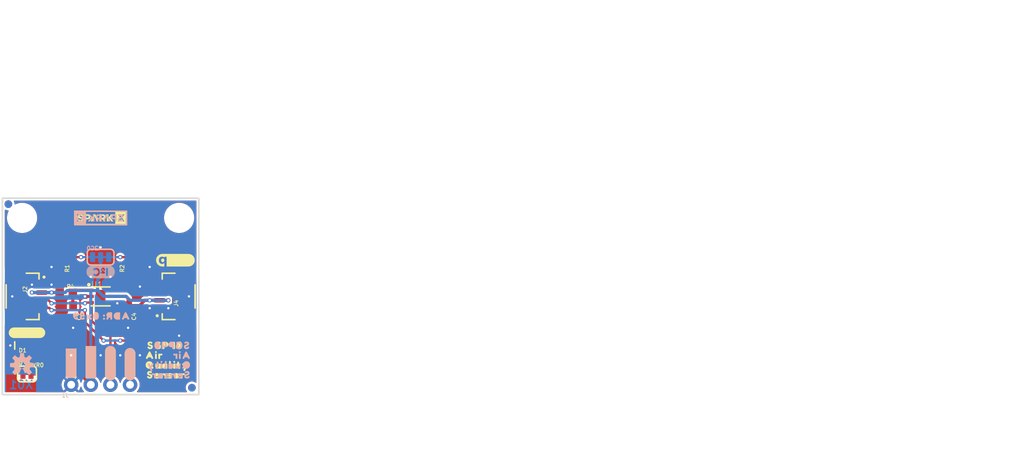
<source format=kicad_pcb>
(kicad_pcb (version 20211014) (generator pcbnew)
  (layers (0 "F.Cu" signal) (31 "B.Cu" signal) (34 "B.Paste" user) (35 "F.Paste" user) (36 "B.SilkS" user "B.Silkscreen") (37 "F.SilkS" user "F.Silkscreen") (38 "B.Mask" user) (39 "F.Mask" user) (44 "Edge.Cuts" user))
  (net 0 "")
  (net 1 "3.3V")
  (net 2 "GND")
  (net 3 "SCL")
  (net 4 "SDA")
  (net 5 "N$3")
  (net 6 "N$1")
  (net 7 "N$2")
  (net 8 "N$4")
  (net 9 "N$5")
  (footprint "eagleBoard:0603" (layer "F.Cu") (at 144.0561 104.4956)
    (fp_text reference "R4" (at 0 -0.762) (layer "F.SilkS") (effects (font (size 0.512064 0.512064) (thickness 0.097536)) (justify left)))
    (fp_text value "4.7")
    (pad "1" smd roundrect (at -0.85 0) (size 1.1 1) (layers "F.Cu" "F.Paste" "F.Mask") (roundrect_rratio 0.0508) (net 1 "3.3V"))
    (pad "2" smd roundrect (at 0.85 0) (size 1.1 1) (layers "F.Cu" "F.Paste" "F.Mask") (roundrect_rratio 0.0508) (net 9 "N$5"))
  )
  (footprint "eagleBoard:SGP40" (layer "F.Cu") (at 148.5011 105.0036)
    (fp_text reference "U1" (at -1.27 -1.524) (layer "F.SilkS") (effects (font (size 0.752978 0.752978) (thickness 0.059822)) (justify left)))
    (fp_text value "SGP40")
    (fp_poly (pts (xy 0.62505 0.85005) (xy -0.62505 0.85005) (xy -0.62505 -0.575021) (xy -0.350021 -0.85005) (xy 0.62505 -0.85005)) (layer "F.Cu") (width 0) (fill solid))
    (pad "1" smd roundrect (at -1.15 -0.8) (size 0.55 0.4) (layers "F.Cu" "F.Mask") (roundrect_rratio 0.127) (net 9 "N$5"))
    (pad "2" smd roundrect (at -1.15 0) (size 0.55 0.4) (layers "F.Cu" "F.Mask") (roundrect_rratio 0.127) (net 2 "GND"))
    (pad "3" smd roundrect (at -1.15 0.8) (size 0.55 0.4) (layers "F.Cu" "F.Mask") (roundrect_rratio 0.127) (net 4 "SDA"))
    (pad "4" smd roundrect (at 1.15 0.8) (size 0.55 0.4) (layers "F.Cu" "F.Mask") (roundrect_rratio 0.127) (net 2 "GND"))
    (pad "5" smd roundrect (at 1.15 0) (size 0.55 0.4) (layers "F.Cu" "F.Mask") (roundrect_rratio 0.127) (net 1 "3.3V"))
    (pad "6" smd roundrect (at 1.15 -0.8) (size 0.55 0.4) (layers "F.Cu" "F.Mask") (roundrect_rratio 0.127) (net 3 "SCL"))
    (pad "DIEPAD" smd roundrect (at 0 0 90) (size 0.6096 0.3048) (layers "F.Cu") (roundrect_rratio 0.1666666667) (net 2 "GND"))
  )
  (footprint "eagleBoard:SGP400" (layer "F.Cu") (at 156.8831 111.3536)
    (fp_text reference "U$19" hide)
    (fp_text value "" hide)
  )
  (footprint "eagleBoard:SMT-JUMPER_2_NC_TRACE_SILK" (layer "F.Cu") (at 138.9761 115.0366)
    (fp_text reference "PWR0" (at 0 -1.143) (layer "F.SilkS") (effects (font (size 0.512064 0.512064) (thickness 0.097536)) (justify left)))
    (fp_text value "JUMPER-SMT_2_NC_TRACE_SILK" hide)
    (fp_poly (pts (xy 0.1905 0.13335) (xy -0.70485 0.13335) (xy -0.70485 -0.13335) (xy 0.1905 -0.13335)) (layer "F.Cu") (width 0) (fill solid))
    (pad "1" smd roundrect (at -0.5207 0) (size 0.6604 1.27) (layers "F.Cu" "F.Mask") (roundrect_rratio 0.07692307692) (net 6 "N$1"))
    (pad "2" smd roundrect (at 0.5207 0) (size 0.6604 1.27) (layers "F.Cu" "F.Mask") (roundrect_rratio 0.07692307692) (net 1 "3.3V"))
  )
  (footprint "eagleBoard:#PWR#0" (layer "F.Cu") (at 138.9761 109.7026)
    (fp_text reference "U$32" hide)
    (fp_text value "" hide)
  )
  (footprint "eagleBoard:SPARKX-SMALL" (layer "F.Cu") (at 148.5011 94.8436)
    (fp_text reference "U$10" hide)
    (fp_text value "SPARKX-LOGO3" hide)
  )
  (footprint "eagleBoard:JST04_1MM_RA" (layer "F.Cu") (at 156.1211 105.0036 90)
    (fp_text reference "J4" (at -1.397 2.159 90) (layer "F.SilkS") (effects (font (size 0.512064 0.512064) (thickness 0.097536)) (justify left)))
    (fp_text value "QWIIC_RIGHT_ANGLE" hide)
    (pad "1" smd roundrect (at -1.5 0 90) (size 0.6 1.35) (layers "F.Cu" "F.Paste" "F.Mask") (roundrect_rratio 0.08466666667) (net 2 "GND"))
    (pad "2" smd roundrect (at -0.5 0 90) (size 0.6 1.35) (layers "F.Cu" "F.Paste" "F.Mask") (roundrect_rratio 0.08466666667) (net 1 "3.3V"))
    (pad "3" smd roundrect (at 0.5 0 90) (size 0.6 1.35) (layers "F.Cu" "F.Paste" "F.Mask") (roundrect_rratio 0.08466666667) (net 4 "SDA"))
    (pad "4" smd roundrect (at 1.5 0 90) (size 0.6 1.35) (layers "F.Cu" "F.Paste" "F.Mask") (roundrect_rratio 0.08466666667) (net 3 "SCL"))
    (pad "NC1" smd roundrect (at 2.8 3.675 90) (size 1.2 2) (layers "F.Cu" "F.Paste" "F.Mask") (roundrect_rratio 0.04233333333))
    (pad "NC2" smd roundrect (at -2.8 3.675 90) (size 1.2 2) (layers "F.Cu" "F.Paste" "F.Mask") (roundrect_rratio 0.04233333333))
  )
  (footprint "eagleBoard:0603" (layer "F.Cu") (at 152.0571 107.0356 -90)
    (fp_text reference "C4" (at 0 -0.762 90) (layer "F.SilkS") (effects (font (size 0.512064 0.512064) (thickness 0.097536)) (justify right)))
    (fp_text value "1.0uF")
    (pad "1" smd roundrect (at -0.85 0 270) (size 1.1 1) (layers "F.Cu" "F.Paste" "F.Mask") (roundrect_rratio 0.0508) (net 1 "3.3V"))
    (pad "2" smd roundrect (at 0.85 0 270) (size 1.1 1) (layers "F.Cu" "F.Paste" "F.Mask") (roundrect_rratio 0.0508) (net 2 "GND"))
  )
  (footprint "eagleBoard:SENSOR0" (layer "F.Cu") (at 157.0101 115.1636)
    (fp_text reference "U$29" hide)
    (fp_text value "" hide)
  )
  (footprint "eagleBoard:QWIIC_5MM" (layer "F.Cu") (at 158.1531 100.3046)
    (fp_text reference "U$16" hide)
    (fp_text value "" hide)
  )
  (footprint "eagleBoard:FIDUCIAL-1X2" (layer "F.Cu") (at 160.3121 116.8146)
    (fp_text reference "JP2" hide)
    (fp_text value "FIDUCIAL1X2" hide)
    (pad "1" smd roundrect (at 0 0) (size 1 1) (layers "F.Cu" "F.Mask") (roundrect_rratio 0.5))
  )
  (footprint "eagleBoard:ORDERING_INSTRUCTIONS" (layer "F.Cu") (at 166.2811 66.9036)
    (fp_text reference "LOGO1" hide)
    (fp_text value "SPECIAL_INSTRUCTIONS-ORDERING" hide)
  )
  (footprint "eagleBoard:0603" (layer "F.Cu") (at 144.9451 107.0356 -90)
    (fp_text reference "C1" (at 0 -0.762 90) (layer "F.SilkS") (effects (font (size 0.512064 0.512064) (thickness 0.097536)) (justify right)))
    (fp_text value "1.0uF")
    (pad "1" smd roundrect (at -0.85 0 270) (size 1.1 1) (layers "F.Cu" "F.Paste" "F.Mask") (roundrect_rratio 0.0508) (net 9 "N$5"))
    (pad "2" smd roundrect (at 0.85 0 270) (size 1.1 1) (layers "F.Cu" "F.Paste" "F.Mask") (roundrect_rratio 0.0508) (net 2 "GND"))
  )
  (footprint "eagleBoard:#GND#0" (layer "F.Cu") (at 144.6911 113.6396 90)
    (fp_text reference "U$33" hide)
    (fp_text value "" hide)
  )
  (footprint "eagleBoard:STAND-OFF" (layer "F.Cu") (at 138.3411 94.8436)
    (fp_text reference "JP3" hide)
    (fp_text value "STAND-OFF" hide)
    (pad "" np_thru_hole circle (at 0 0) (size 3.302 3.302) (drill 3.302) (layers *.Cu *.Mask))
  )
  (footprint "eagleBoard:0603" (layer "F.Cu") (at 138.9761 113.0046 180)
    (fp_text reference "R3" (at 0 -0.762) (layer "F.SilkS") (effects (font (size 0.512064 0.512064) (thickness 0.097536)) (justify right)))
    (fp_text value "1k")
    (pad "1" smd roundrect (at -0.85 0 180) (size 1.1 1) (layers "F.Cu" "F.Paste" "F.Mask") (roundrect_rratio 0.0508) (net 5 "N$3"))
    (pad "2" smd roundrect (at 0.85 0 180) (size 1.1 1) (layers "F.Cu" "F.Paste" "F.Mask") (roundrect_rratio 0.0508) (net 6 "N$1"))
  )
  (footprint "eagleBoard:#SCL#0" (layer "F.Cu") (at 152.3111 113.7666 90)
    (fp_text reference "U$36" hide)
    (fp_text value "" hide)
  )
  (footprint "eagleBoard:#3#3V#0" (layer "F.Cu") (at 147.2311 113.5126 90)
    (fp_text reference "U$34" hide)
    (fp_text value "" hide)
  )
  (footprint "eagleBoard:AIR0" (layer "F.Cu") (at 155.4861 112.6236)
    (fp_text reference "U$23" hide)
    (fp_text value "" hide)
  )
  (footprint "eagleBoard:QUALITY0" (layer "F.Cu") (at 157.1371 113.8936)
    (fp_text reference "U$25" hide)
    (fp_text value "" hide)
  )
  (footprint "eagleBoard:0603" (layer "F.Cu") (at 144.9451 101.9556 90)
    (fp_text reference "R1" (at 0 -0.762 90) (layer "F.SilkS") (effects (font (size 0.512064 0.512064) (thickness 0.097536)) (justify left)))
    (fp_text value "10k")
    (pad "1" smd roundrect (at -0.85 0 90) (size 1.1 1) (layers "F.Cu" "F.Paste" "F.Mask") (roundrect_rratio 0.0508) (net 4 "SDA"))
    (pad "2" smd roundrect (at 0.85 0 90) (size 1.1 1) (layers "F.Cu" "F.Paste" "F.Mask") (roundrect_rratio 0.0508) (net 7 "N$2"))
  )
  (footprint "eagleBoard:0603" (layer "F.Cu") (at 152.0571 101.9556 90)
    (fp_text reference "R2" (at 0 -0.762 90) (layer "F.SilkS") (effects (font (size 0.512064 0.512064) (thickness 0.097536)) (justify left)))
    (fp_text value "10k")
    (pad "1" smd roundrect (at -0.85 0 90) (size 1.1 1) (layers "F.Cu" "F.Paste" "F.Mask") (roundrect_rratio 0.0508) (net 3 "SCL"))
    (pad "2" smd roundrect (at 0.85 0 90) (size 1.1 1) (layers "F.Cu" "F.Paste" "F.Mask") (roundrect_rratio 0.0508) (net 8 "N$4"))
  )
  (footprint "eagleBoard:FIDUCIAL-1X2" (layer "F.Cu") (at 136.5631 93.0656)
    (fp_text reference "JP6" hide)
    (fp_text value "FIDUCIAL1X2" hide)
    (pad "1" smd roundrect (at 0 0) (size 1 1) (layers "F.Cu" "F.Mask") (roundrect_rratio 0.5))
  )
  (footprint "eagleBoard:CREATIVE_COMMONS" (layer "F.Cu") (at 181.5211 127.8636)
    (fp_text reference "FRAME1" hide)
    (fp_text value "FRAME-LETTER" hide)
  )
  (footprint "eagleBoard:#SDA#0" (layer "F.Cu") (at 149.7711 113.6396 90)
    (fp_text reference "U$35" hide)
    (fp_text value "" hide)
  )
  (footprint "eagleBoard:JST04_1MM_RA" (layer "F.Cu") (at 140.8811 105.0036 -90)
    (fp_text reference "J2" (at -1.397 2.159 90) (layer "F.SilkS") (effects (font (size 0.512064 0.512064) (thickness 0.097536)) (justify right)))
    (fp_text value "QWIIC_RIGHT_ANGLE" hide)
    (pad "1" smd roundrect (at -1.5 0 270) (size 0.6 1.35) (layers "F.Cu" "F.Paste" "F.Mask") (roundrect_rratio 0.08466666667) (net 2 "GND"))
    (pad "2" smd roundrect (at -0.5 0 270) (size 0.6 1.35) (layers "F.Cu" "F.Paste" "F.Mask") (roundrect_rratio 0.08466666667) (net 1 "3.3V"))
    (pad "3" smd roundrect (at 0.5 0 270) (size 0.6 1.35) (layers "F.Cu" "F.Paste" "F.Mask") (roundrect_rratio 0.08466666667) (net 4 "SDA"))
    (pad "4" smd roundrect (at 1.5 0 270) (size 0.6 1.35) (layers "F.Cu" "F.Paste" "F.Mask") (roundrect_rratio 0.08466666667) (net 3 "SCL"))
    (pad "NC1" smd roundrect (at 2.8 3.675 270) (size 1.2 2) (layers "F.Cu" "F.Paste" "F.Mask") (roundrect_rratio 0.04233333333))
    (pad "NC2" smd roundrect (at -2.8 3.675 270) (size 1.2 2) (layers "F.Cu" "F.Paste" "F.Mask") (roundrect_rratio 0.04233333333))
  )
  (footprint "eagleBoard:STAND-OFF" (layer "F.Cu") (at 158.6611 94.8436)
    (fp_text reference "JP4" hide)
    (fp_text value "STAND-OFF" hide)
    (pad "" np_thru_hole circle (at 0 0) (size 3.302 3.302) (drill 3.302) (layers *.Cu *.Mask))
  )
  (footprint "eagleBoard:LED-0603" (layer "F.Cu") (at 138.9761 111.3536 180)
    (fp_text reference "D1" (at 0 -0.635) (layer "F.SilkS") (effects (font (size 0.512064 0.512064) (thickness 0.097536)) (justify right)))
    (fp_text value "RED")
    (pad "A" smd roundrect (at -0.877 0 90) (size 1 1) (layers "F.Cu" "F.Paste" "F.Mask") (roundrect_rratio 0.15) (net 5 "N$3"))
    (pad "C" smd roundrect (at 0.877 0 90) (size 1 1) (layers "F.Cu" "F.Paste" "F.Mask") (roundrect_rratio 0.15) (net 2 "GND"))
  )
  (footprint "eagleBoard:SPARKX-SMALL" (layer "B.Cu") (at 148.5011 94.8436 180)
    (fp_text reference "U$18" hide)
    (fp_text value "SPARKX-LOGO3" hide)
  )
  (footprint "eagleBoard:OSHW-LOGO-S" (layer "B.Cu") (at 138.3411 113.8936 180)
    (fp_text reference "LOGO5" hide)
    (fp_text value "OSHW-LOGOS" hide)
  )
  (footprint "eagleBoard:#3#3V#0" (layer "B.Cu") (at 147.2311 113.5126 90)
    (fp_text reference "U$2" hide)
    (fp_text value "" hide)
  )
  (footprint "eagleBoard:FIDUCIAL-1X2" (layer "B.Cu") (at 160.3121 116.8146 180)
    (fp_text reference "JP5" hide)
    (fp_text value "FIDUCIAL1X2" hide)
    (pad "1" smd roundrect (at 0 0 180) (size 1 1) (layers "B.Cu" "B.Mask") (roundrect_rratio 0.5))
  )
  (footprint "eagleBoard:ADR#_0X590" (layer "B.Cu") (at 148.5011 107.5436 180)
    (fp_text reference "U$31" hide)
    (fp_text value "" hide)
  )
  (footprint "eagleBoard:#SCL#0" (layer "B.Cu") (at 152.3111 113.7666 90)
    (fp_text reference "U$4" hide)
    (fp_text value "" hide)
  )
  (footprint "eagleBoard:SMT-JUMPER_3_2-NC_TRACE_SILK" (layer "B.Cu") (at 148.5011 99.9236 180)
    (fp_text reference "I2C0" (at 0 1.143) (layer "B.SilkS") (effects (font (size 0.512064 0.512064) (thickness 0.097536)) (justify left mirror)))
    (fp_text value "JUMPER-SMT_3_2-NC_TRACE_SILK" hide)
    (fp_poly (pts (xy 0.7112 -0.13335) (xy -0.7112 -0.13335) (xy -0.7112 0.13335) (xy 0.7112 0.13335)) (layer "B.Cu") (width 0) (fill solid))
    (pad "1" smd roundrect (at -1.0414 0 180) (size 0.6604 1.27) (layers "B.Cu" "B.Mask") (roundrect_rratio 0.07692307692) (net 8 "N$4"))
    (pad "2" smd roundrect (at 0 0 180) (size 0.6604 1.27) (layers "B.Cu" "B.Mask") (roundrect_rratio 0.07692307692) (net 1 "3.3V"))
    (pad "3" smd roundrect (at 1.0414 0 180) (size 0.6604 1.27) (layers "B.Cu" "B.Mask") (roundrect_rratio 0.07692307692) (net 7 "N$2"))
  )
  (footprint "eagleBoard:SENSOR0" (layer "B.Cu") (at 157.5181 115.1636 180)
    (fp_text reference "U$30" hide)
    (fp_text value "" hide)
  )
  (footprint "eagleBoard:#SDA#0" (layer "B.Cu") (at 149.7711 113.6396 90)
    (fp_text reference "U$3" hide)
    (fp_text value "" hide)
  )
  (footprint "eagleBoard:1X04_NO_SILK" (layer "B.Cu") (at 144.6911 116.4336)
    (fp_text reference "J1" (at -1.27 1.397) (layer "B.SilkS") (effects (font (size 0.512064 0.512064) (thickness 0.097536)) (justify right mirror)))
    (fp_text value "")
    (pad "1" thru_hole circle (at 0 0 270) (size 1.8796 1.8796) (drill 1.016) (layers *.Cu *.Mask) (net 2 "GND"))
    (pad "2" thru_hole circle (at 2.54 0 270) (size 1.8796 1.8796) (drill 1.016) (layers *.Cu *.Mask) (net 1 "3.3V"))
    (pad "3" thru_hole circle (at 5.08 0 270) (size 1.8796 1.8796) (drill 1.016) (layers *.Cu *.Mask) (net 4 "SDA"))
    (pad "4" thru_hole circle (at 7.62 0 270) (size 1.8796 1.8796) (drill 1.016) (layers *.Cu *.Mask) (net 3 "SCL"))
  )
  (footprint "eagleBoard:SGP400" (layer "B.Cu") (at 157.6451 111.3536 180)
    (fp_text reference "U$20" hide)
    (fp_text value "" hide)
  )
  (footprint "eagleBoard:I2C" (layer "B.Cu") (at 150.4061 101.8286 180)
    (fp_text reference "U$15" hide)
    (fp_text value "" hide)
  )
  (footprint "eagleBoard:QUALITY0" (layer "B.Cu") (at 157.2641 113.8936 180)
    (fp_text reference "U$28" hide)
    (fp_text value "" hide)
  )
  (footprint "eagleBoard:FIDUCIAL-1X2" (layer "B.Cu") (at 136.5631 93.0656 180)
    (fp_text reference "JP1" hide)
    (fp_text value "FIDUCIAL1X2" hide)
    (pad "1" smd roundrect (at 0 0 180) (size 1 1) (layers "B.Cu" "B.Mask") (roundrect_rratio 0.5))
  )
  (footprint "eagleBoard:#GND#0" (layer "B.Cu") (at 144.6911 113.6396 90)
    (fp_text reference "U$1" hide)
    (fp_text value "" hide)
  )
  (footprint "eagleBoard:AIR0" (layer "B.Cu") (at 158.9151 112.6236 180)
    (fp_text reference "U$24" hide)
    (fp_text value "" hide)
  )
  (gr_line (start 161.2011 117.7036) (end 135.8011 117.7036) (layer "Edge.Cuts") (width 0.2032))
  (gr_line (start 135.8011 92.3036) (end 161.2011 92.3036) (layer "Edge.Cuts") (width 0.2032))
  (gr_line (start 161.2011 92.3036) (end 161.2011 117.7036) (layer "Edge.Cuts") (width 0.2032))
  (gr_line (start 135.8011 117.7036) (end 135.8011 92.3036) (layer "Edge.Cuts") (width 0.2032))
  (gr_text "X01" (at 138.2141 116.4336) (layer "B.Cu") (effects (font (size 1.0795 1.0795) (thickness 0.1905)) (justify mirror)))
  (segment (start 152.0571 105.2576) (end 152.0571 106.1856) (width 0.4064) (layer "F.Cu") (net 1))
  (segment (start 151.8031 105.0036) (end 152.0571 105.2576) (width 0.4064) (layer "F.Cu") (net 1))
  (segment (start 154.2241 105.5036) (end 154.8431 105.5036) (width 0.4064) (layer "F.Cu") (net 1))
  (segment (start 139.4968 115.0366) (end 145.8341 115.0366) (width 0.4064) (layer "F.Cu") (net 1))
  (segment (start 156.1211 105.5036) (end 154.8431 105.5036) (width 0.4064) (layer "F.Cu") (net 1))
  (segment (start 149.6511 105.0036) (end 151.8031 105.0036) (width 0.4064) (layer "F.Cu") (net 1))
  (segment (start 140.8811 104.5036) (end 139.6191 104.5036) (width 0.4064) (layer "F.Cu") (net 1))
  (segment (start 154.8431 105.5036) (end 154.8511 105.5116) (width 0.4064) (layer "F.Cu") (net 1))
  (segment (start 153.5421 106.1856) (end 152.0571 106.1856) (width 0.4064) (layer "F.Cu") (net 1))
  (segment (start 153.5421 106.1856) (end 154.2241 105.5036) (width 0.4064) (layer "F.Cu") (net 1))
  (segment (start 156.1291 105.5116) (end 156.1211 105.5036) (width 0.4064) (layer "F.Cu") (net 1))
  (segment (start 140.8811 104.5036) (end 142.1431 104.5036) (width 0.4064) (layer "F.Cu") (net 1))
  (segment (start 142.1431 104.5036) (end 142.1511 104.4956) (width 0.4064) (layer "F.Cu") (net 1))
  (segment (start 145.8341 115.0366) (end 147.2311 116.4336) (width 0.4064) (layer "F.Cu") (net 1))
  (segment (start 143.2061 104.4956) (end 143.1981 104.5036) (width 0.4064) (layer "F.Cu") (net 1))
  (segment (start 139.6191 104.5036) (end 139.6111 104.4956) (width 0.4064) (layer "F.Cu") (net 1))
  (segment (start 157.2641 105.5116) (end 156.1291 105.5116) (width 0.4064) (layer "F.Cu") (net 1))
  (segment (start 143.1981 104.5036) (end 142.1431 104.5036) (width 0.4064) (layer "F.Cu") (net 1))
  (via (at 154.8511 105.5116) (size 0.554) (drill 0.3) (layers "F.Cu" "B.Cu") (net 1))
  (via (at 157.2641 105.5116) (size 0.554) (drill 0.3) (layers "F.Cu" "B.Cu") (net 1))
  (via (at 142.1511 104.4956) (size 0.554) (drill 0.3) (layers "F.Cu" "B.Cu") (net 1))
  (via (at 139.6111 104.4956) (size 0.554) (drill 0.3) (layers "F.Cu" "B.Cu") (net 1))
  (segment (start 147.2311 116.4336) (end 147.2311 104.2416) (width 0.4064) (layer "B.Cu") (net 1))
  (segment (start 154.8511 105.5116) (end 152.3111 105.5116) (width 0.4064) (layer "B.Cu") (net 1))
  (segment (start 152.3111 105.5116) (end 151.8031 105.0036) (width 0.4064) (layer "B.Cu") (net 1))
  (segment (start 148.1201 102.8446) (end 148.5011 102.4636) (width 0.4064) (layer "B.Cu") (net 1))
  (segment (start 157.2641 105.5116) (end 154.8511 105.5116) (width 0.4064) (layer "B.Cu") (net 1))
  (segment (start 139.6111 104.4956) (end 142.1511 104.4956) (width 0.4064) (layer "B.Cu") (net 1))
  (segment (start 148.8821 105.0036) (end 151.8031 105.0036) (width 0.4064) (layer "B.Cu") (net 1))
  (segment (start 142.1511 104.4956) (end 143.9291 104.4956) (width 0.4064) (layer "B.Cu") (net 1))
  (segment (start 148.5011 102.4636) (end 148.5011 99.9236) (width 0.4064) (layer "B.Cu") (net 1))
  (segment (start 143.9291 104.4956) (end 144.1831 104.2416) (width 0.4064) (layer "B.Cu") (net 1))
  (segment (start 148.8821 105.0036) (end 148.1201 104.2416) (width 0.4064) (layer "B.Cu") (net 1))
  (segment (start 148.1201 104.2416) (end 148.1201 102.8446) (width 0.4064) (layer "B.Cu") (net 1))
  (segment (start 147.2311 104.2416) (end 148.1201 104.2416) (width 0.4064) (layer "B.Cu") (net 1))
  (segment (start 144.1831 104.2416) (end 147.2311 104.2416) (width 0.4064) (layer "B.Cu") (net 1))
  (segment (start 150.5711 105.8036) (end 150.6601 105.8926) (width 0.4064) (layer "F.Cu") (net 2))
  (segment (start 147.3511 105.0036) (end 146.4691 105.0036) (width 0.4064) (layer "F.Cu") (net 2))
  (segment (start 149.6511 105.8036) (end 150.5711 105.8036) (width 0.4064) (layer "F.Cu") (net 2))
  (via (at 149.7711 102.4636) (size 0.554) (drill 0.3) (layers "F.Cu" "B.Cu") (net 2))
  (via (at 147.2311 102.4636) (size 0.554) (drill 0.3) (layers "F.Cu" "B.Cu") (net 2))
  (via (at 144.6911 112.6236) (size 0.554) (drill 0.3) (layers "F.Cu" "B.Cu") (net 2))
  (via (at 136.8171 111.3536) (size 0.554) (drill 0.3) (layers "F.Cu" "B.Cu") (net 2))
  (via (at 142.1511 103.4796) (size 0.554) (drill 0.3) (layers "F.Cu" "B.Cu") (net 2))
  (via (at 159.9311 105.0036) (size 0.554) (drill 0.3) (layers "F.Cu" "B.Cu") (net 2))
  (via (at 150.6601 105.8926) (size 0.554) (drill 0.3) (layers "F.Cu" "B.Cu") (net 2))
  (via (at 142.1511 101.1936) (size 0.554) (drill 0.3) (layers "F.Cu" "B.Cu") (net 2))
  (via (at 144.9451 109.0676) (size 0.554) (drill 0.3) (layers "F.Cu" "B.Cu") (net 2))
  (via (at 153.5811 103.7336) (size 0.554) (drill 0.3) (layers "F.Cu" "B.Cu") (net 2))
  (via (at 146.4691 105.0036) (size 0.554) (drill 0.3) (layers "F.Cu" "B.Cu") (net 2))
  (via (at 153.5811 112.6236) (size 0.554) (drill 0.3) (layers "F.Cu" "B.Cu") (net 2))
  (via (at 154.8511 101.1936) (size 0.554) (drill 0.3) (layers "F.Cu" "B.Cu") (net 2))
  (via (at 154.8511 106.5276) (size 0.554) (drill 0.3) (layers "F.Cu" "B.Cu") (net 2))
  (via (at 158.6611 110.0836) (size 0.554) (drill 0.3) (layers "F.Cu" "B.Cu") (net 2))
  (via (at 137.0711 105.0036) (size 0.554) (drill 0.3) (layers "F.Cu" "B.Cu") (net 2))
  (via (at 152.0571 109.0676) (size 0.554) (drill 0.3) (layers "F.Cu" "B.Cu") (net 2))
  (via (at 148.5011 98.6536) (size 0.554) (drill 0.3) (layers "F.Cu" "B.Cu") (net 2))
  (via (at 139.6111 103.4796) (size 0.554) (drill 0.3) (layers "F.Cu" "B.Cu") (net 2))
  (via (at 148.5011 112.6236) (size 0.554) (drill 0.3) (layers "F.Cu" "B.Cu") (net 2))
  (via (at 151.0411 112.6236) (size 0.554) (drill 0.3) (layers "F.Cu" "B.Cu") (net 2))
  (via (at 157.2641 106.5276) (size 0.554) (drill 0.3) (layers "F.Cu" "B.Cu") (net 2))
  (segment (start 137.195362 105.1941) (end 142.539993 105.1941) (width 0.3048) (layer "B.Cu") (net 2))
  (segment (start 137.0711 105.0036) (end 137.0711 105.069838) (width 0.3048) (layer "B.Cu") (net 2))
  (segment (start 137.195362 105.1941) (end 137.0711 105.069838) (width 0.3048) (layer "B.Cu") (net 2))
  (segment (start 146.4691 105.0036) (end 142.730493 105.0036) (width 0.3048) (layer "B.Cu") (net 2))
  (segment (start 142.730493 105.0036) (end 142.539993 105.1941) (width 0.3048) (layer "B.Cu") (net 2))
  (segment (start 154.6211 103.5036) (end 153.9231 102.8056) (width 0.3048) (layer "F.Cu") (net 3))
  (segment (start 153.9231 102.8056) (end 152.0571 102.8056) (width 0.3048) (layer "F.Cu") (net 3))
  (segment (start 158.4071 108.5596) (end 156.2481 110.7186) (width 0.3048) (layer "F.Cu") (net 3))
  (segment (start 156.1211 103.5036) (end 154.6211 103.5036) (width 0.3048) (layer "F.Cu") (net 3))
  (segment (start 157.2881 103.5036) (end 158.4071 104.6226) (width 0.3048) (layer "F.Cu") (net 3))
  (segment (start 141.8731 106.5036) (end 142.1511 106.7816) (width 0.3048) (layer "F.Cu") (net 3))
  (segment (start 158.4071 104.6226) (end 158.4071 108.5596) (width 0.3048) (layer "F.Cu") (net 3))
  (segment (start 156.1211 103.5036) (end 157.2881 103.5036) (width 0.3048) (layer "F.Cu") (net 3))
  (segment (start 152.3111 110.7186) (end 152.3111 116.4336) (width 0.3048) (layer "F.Cu") (net 3))
  (segment (start 156.2481 110.7186) (end 152.3111 110.7186) (width 0.3048) (layer "F.Cu") (net 3))
  (segment (start 146.4691 106.7816) (end 146.4691 108.3056) (width 0.3048) (layer "F.Cu") (net 3))
  (segment (start 151.0411 110.7186) (end 152.3111 110.7186) (width 0.3048) (layer "F.Cu") (net 3))
  (segment (start 151.5871 104.2036) (end 152.0571 103.7336) (width 0.3048) (layer "F.Cu") (net 3))
  (segment (start 149.6511 104.2036) (end 151.5871 104.2036) (width 0.3048) (layer "F.Cu") (net 3))
  (segment (start 140.8811 106.5036) (end 141.8731 106.5036) (width 0.3048) (layer "F.Cu") (net 3))
  (segment (start 152.0571 103.7336) (end 152.0571 102.8056) (width 0.3048) (layer "F.Cu") (net 3))
  (segment (start 146.4691 108.3056) (end 148.8821 110.7186) (width 0.3048) (layer "F.Cu") (net 3))
  (via (at 151.0411 110.7186) (size 0.554) (drill 0.3) (layers "F.Cu" "B.Cu") (net 3))
  (via (at 148.8821 110.7186) (size 0.554) (drill 0.3) (layers "F.Cu" "B.Cu") (net 3))
  (via (at 142.1511 106.7816) (size 0.554) (drill 0.3) (layers "F.Cu" "B.Cu") (net 3))
  (via (at 146.4691 106.7816) (size 0.554) (drill 0.3) (layers "F.Cu" "B.Cu") (net 3))
  (segment (start 146.4691 106.7816) (end 142.1511 106.7816) (width 0.3048) (layer "B.Cu") (net 3))
  (segment (start 151.0411 110.7186) (end 148.8821 110.7186) (width 0.3048) (layer "B.Cu") (net 3))
  (segment (start 144.936037 102.796538) (end 139.024162 102.796538) (width 0.3048) (layer "F.Cu") (net 4))
  (segment (start 141.7621 105.5036) (end 142.1511 105.8926) (width 0.3048) (layer "F.Cu") (net 4))
  (segment (start 146.5581 105.8036) (end 147.3511 105.8036) (width 0.3048) (layer "F.Cu") (net 4))
  (segment (start 157.3991 104.5036) (end 156.1211 104.5036) (width 0.3048) (layer "F.Cu") (net 4))
  (segment (start 140.8811 105.5036) (end 139.0951 105.5036) (width 0.3048) (layer "F.Cu") (net 4))
  (segment (start 139.024162 102.796538) (end 138.7221 103.0986) (width 0.3048) (layer "F.Cu") (net 4))
  (segment (start 149.7711 110.0836) (end 155.9941 110.0836) (width 0.3048) (layer "F.Cu") (net 4))
  (segment (start 146.4691 105.8926) (end 146.5581 105.8036) (width 0.3048) (layer "F.Cu") (net 4))
  (segment (start 147.3511 108.1716) (end 149.2631 110.0836) (width 0.3048) (layer "F.Cu") (net 4))
  (segment (start 138.7221 105.1306) (end 138.7221 103.0986) (width 0.3048) (layer "F.Cu") (net 4))
  (segment (start 139.0951 105.5036) (end 138.7221 105.1306) (width 0.3048) (layer "F.Cu") (net 4))
  (segment (start 149.7711 116.4336) (end 149.7711 110.0836) (width 0.3048) (layer "F.Cu") (net 4))
  (segment (start 149.2631 110.0836) (end 149.7711 110.0836) (width 0.3048) (layer "F.Cu") (net 4))
  (segment (start 140.8811 105.5036) (end 141.7621 105.5036) (width 0.3048) (layer "F.Cu") (net 4))
  (segment (start 144.9451 102.8056) (end 144.936037 102.796538) (width 0.3048) (layer "F.Cu") (net 4))
  (segment (start 157.896362 105.000863) (end 157.3991 104.5036) (width 0.3048) (layer "F.Cu") (net 4))
  (segment (start 157.896362 108.181338) (end 157.896362 105.000863) (width 0.3048) (layer "F.Cu") (net 4))
  (segment (start 147.3511 105.8036) (end 147.3511 108.1716) (width 0.3048) (layer "F.Cu") (net 4))
  (segment (start 155.9941 110.0836) (end 157.896362 108.181338) (width 0.3048) (layer "F.Cu") (net 4))
  (via (at 142.1511 105.8926) (size 0.554) (drill 0.3) (layers "F.Cu" "B.Cu") (net 4))
  (via (at 146.4691 105.8926) (size 0.554) (drill 0.3) (layers "F.Cu" "B.Cu") (net 4))
  (segment (start 146.4691 105.8926) (end 142.1511 105.8926) (width 0.3048) (layer "B.Cu") (net 4))
  (segment (start 139.8531 112.9776) (end 139.8261 113.0046) (width 0.3048) (layer "F.Cu") (net 5))
  (segment (start 139.8531 111.3536) (end 139.8531 112.9776) (width 0.3048) (layer "F.Cu") (net 5))
  (segment (start 138.4554 115.0366) (end 138.4554 113.3339) (width 0.3048) (layer "F.Cu") (net 6))
  (segment (start 138.4554 113.3339) (end 138.1261 113.0046) (width 0.3048) (layer "F.Cu") (net 6))
  (segment (start 145.3261 99.9236) (end 145.9611 99.9236) (width 0.3048) (layer "F.Cu") (net 7))
  (segment (start 145.3261 99.9236) (end 144.9451 100.3046) (width 0.3048) (layer "F.Cu") (net 7))
  (segment (start 144.9451 101.1056) (end 144.9451 100.3046) (width 0.3048) (layer "F.Cu") (net 7))
  (via (at 145.9611 99.9236) (size 0.554) (drill 0.3) (layers "F.Cu" "B.Cu") (net 7))
  (segment (start 145.9611 99.9236) (end 147.4597 99.9236) (width 0.3048) (layer "B.Cu") (net 7))
  (segment (start 152.0571 100.1776) (end 151.8031 99.9236) (width 0.3048) (layer "F.Cu") (net 8))
  (segment (start 151.8031 99.9236) (end 151.0411 99.9236) (width 0.3048) (layer "F.Cu") (net 8))
  (segment (start 152.0571 101.1056) (end 152.0571 100.1776) (width 0.3048) (layer "F.Cu") (net 8))
  (via (at 151.0411 99.9236) (size 0.554) (drill 0.3) (layers "F.Cu" "B.Cu") (net 8))
  (segment (start 151.0411 99.9236) (end 149.5425 99.9236) (width 0.3048) (layer "B.Cu") (net 8))
  (segment (start 144.9061 104.4956) (end 144.9061 106.1466) (width 0.4064) (layer "F.Cu") (net 9))
  (segment (start 145.1981 104.2036) (end 144.9061 104.4956) (width 0.4064) (layer "F.Cu") (net 9))
  (segment (start 147.3511 104.2036) (end 145.1981 104.2036) (width 0.4064) (layer "F.Cu") (net 9))
  (segment (start 144.9061 106.1466) (end 144.9451 106.1856) (width 0.4064) (layer "F.Cu") (net 9))
  (zone (net 2) (net_name "GND") (layer "F.Cu") (priority 6) (connect_pads (clearance 0.3048)) (min_thickness 0.127) (fill yes (thermal_gap 0.304) (thermal_bridge_width 0.304))
    (polygon (pts (xy 161.3281 117.8306) (xy 135.6741 117.8306) (xy 135.6741 92.1766) (xy 161.3281 92.1766)))
  )
  (zone (net 2) (net_name "GND") (layer "B.Cu") (priority 6) (connect_pads (clearance 0.3048)) (min_thickness 0.127) (fill yes (thermal_gap 0.304) (thermal_bridge_width 0.304))
    (polygon (pts (xy 161.3281 117.8306) (xy 135.6741 117.8306) (xy 135.6741 92.1766) (xy 161.3281 92.1766)))
  )
)
</source>
